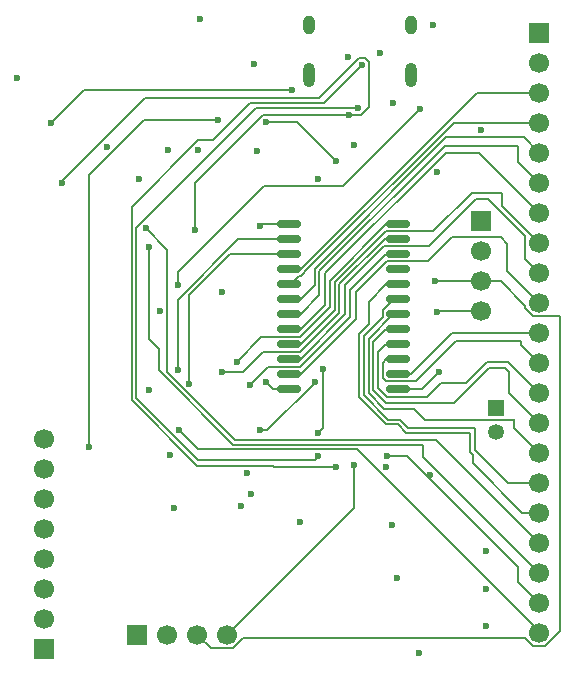
<source format=gbr>
%TF.GenerationSoftware,KiCad,Pcbnew,9.0.1*%
%TF.CreationDate,2025-05-18T16:35:05-05:00*%
%TF.ProjectId,OM-60-Rigid-PCB,4f4d2d36-302d-4526-9967-69642d504342,rev?*%
%TF.SameCoordinates,Original*%
%TF.FileFunction,Copper,L4,Bot*%
%TF.FilePolarity,Positive*%
%FSLAX46Y46*%
G04 Gerber Fmt 4.6, Leading zero omitted, Abs format (unit mm)*
G04 Created by KiCad (PCBNEW 9.0.1) date 2025-05-18 16:35:05*
%MOMM*%
%LPD*%
G01*
G04 APERTURE LIST*
G04 Aperture macros list*
%AMRoundRect*
0 Rectangle with rounded corners*
0 $1 Rounding radius*
0 $2 $3 $4 $5 $6 $7 $8 $9 X,Y pos of 4 corners*
0 Add a 4 corners polygon primitive as box body*
4,1,4,$2,$3,$4,$5,$6,$7,$8,$9,$2,$3,0*
0 Add four circle primitives for the rounded corners*
1,1,$1+$1,$2,$3*
1,1,$1+$1,$4,$5*
1,1,$1+$1,$6,$7*
1,1,$1+$1,$8,$9*
0 Add four rect primitives between the rounded corners*
20,1,$1+$1,$2,$3,$4,$5,0*
20,1,$1+$1,$4,$5,$6,$7,0*
20,1,$1+$1,$6,$7,$8,$9,0*
20,1,$1+$1,$8,$9,$2,$3,0*%
G04 Aperture macros list end*
%TA.AperFunction,ComponentPad*%
%ADD10R,1.700000X1.700000*%
%TD*%
%TA.AperFunction,ComponentPad*%
%ADD11C,1.700000*%
%TD*%
%TA.AperFunction,SMDPad,CuDef*%
%ADD12RoundRect,0.150000X-0.875000X-0.150000X0.875000X-0.150000X0.875000X0.150000X-0.875000X0.150000X0*%
%TD*%
%TA.AperFunction,ComponentPad*%
%ADD13R,1.350000X1.350000*%
%TD*%
%TA.AperFunction,ComponentPad*%
%ADD14C,1.350000*%
%TD*%
%TA.AperFunction,HeatsinkPad*%
%ADD15O,1.000000X2.100000*%
%TD*%
%TA.AperFunction,HeatsinkPad*%
%ADD16O,1.000000X1.600000*%
%TD*%
%TA.AperFunction,ViaPad*%
%ADD17C,0.600000*%
%TD*%
%TA.AperFunction,Conductor*%
%ADD18C,0.200000*%
%TD*%
G04 APERTURE END LIST*
D10*
%TO.P,J1,1,Pin_1*%
%TO.N,GND*%
X116300000Y-114000000D03*
D11*
%TO.P,J1,2,Pin_2*%
%TO.N,+3V3*%
X116300000Y-111460000D03*
%TO.P,J1,3,Pin_3*%
%TO.N,SPI_SCK*%
X116300000Y-108920000D03*
%TO.P,J1,4,Pin_4*%
%TO.N,SPI_MOSI*%
X116300000Y-106380000D03*
%TO.P,J1,5,Pin_5*%
%TO.N,SPI_MISO*%
X116300000Y-103840000D03*
%TO.P,J1,6,Pin_6*%
%TO.N,GP33*%
X116300000Y-101300000D03*
%TO.P,J1,7,Pin_7*%
%TO.N,CS*%
X116300000Y-98760000D03*
%TO.P,J1,8,Pin_8*%
%TO.N,Net-(J1-Pin_8)*%
X116300000Y-96220000D03*
%TD*%
D12*
%TO.P,U1,1,COM*%
%TO.N,+3V3*%
X137000000Y-92010000D03*
%TO.P,U1,2,I7*%
%TO.N,COL_7*%
X137000000Y-90740000D03*
%TO.P,U1,3,I6*%
%TO.N,COL_6*%
X137000000Y-89470000D03*
%TO.P,U1,4,I5*%
%TO.N,COL_5*%
X137000000Y-88200000D03*
%TO.P,U1,5,I4*%
%TO.N,COL_4*%
X137000000Y-86930000D03*
%TO.P,U1,6,I3*%
%TO.N,COL_3*%
X137000000Y-85660000D03*
%TO.P,U1,7,I2*%
%TO.N,COL_2*%
X137000000Y-84390000D03*
%TO.P,U1,8,I1*%
%TO.N,COL_1*%
X137000000Y-83120000D03*
%TO.P,U1,9,I0*%
%TO.N,COL_0*%
X137000000Y-81850000D03*
%TO.P,U1,10,S0*%
%TO.N,S0*%
X137000000Y-80580000D03*
%TO.P,U1,11,S1*%
%TO.N,S1*%
X137000000Y-79310000D03*
%TO.P,U1,12,GND*%
%TO.N,GND*%
X137000000Y-78040000D03*
%TO.P,U1,13,S3*%
%TO.N,S3*%
X146300000Y-78040000D03*
%TO.P,U1,14,S2*%
%TO.N,S2*%
X146300000Y-79310000D03*
%TO.P,U1,15,~{E}*%
%TO.N,GP16_E*%
X146300000Y-80580000D03*
%TO.P,U1,16,I15*%
%TO.N,unconnected-(U1-I15-Pad16)*%
X146300000Y-81850000D03*
%TO.P,U1,17,I14*%
%TO.N,COL_14*%
X146300000Y-83120000D03*
%TO.P,U1,18,I13*%
%TO.N,COL_13*%
X146300000Y-84390000D03*
%TO.P,U1,19,I12*%
%TO.N,COL_12*%
X146300000Y-85660000D03*
%TO.P,U1,20,I11*%
%TO.N,COL_11*%
X146300000Y-86930000D03*
%TO.P,U1,21,I10*%
%TO.N,COL_10*%
X146300000Y-88200000D03*
%TO.P,U1,22,I9*%
%TO.N,COL_9*%
X146300000Y-89470000D03*
%TO.P,U1,23,I8*%
%TO.N,COL_8*%
X146300000Y-90740000D03*
%TO.P,U1,24,VCC*%
%TO.N,+3V3*%
X146300000Y-92010000D03*
%TD*%
D10*
%TO.P,GYRO1,1,Pin_1*%
%TO.N,+3V3*%
X124180000Y-112800000D03*
D11*
%TO.P,GYRO1,2,Pin_2*%
%TO.N,GND*%
X126720000Y-112800000D03*
%TO.P,GYRO1,3,Pin_3*%
%TO.N,SCL*%
X129260000Y-112800000D03*
%TO.P,GYRO1,4,Pin_4*%
%TO.N,SDA*%
X131800000Y-112800000D03*
%TD*%
D13*
%TO.P,J5,1,Pin_1*%
%TO.N,Batt+*%
X154600000Y-93600000D03*
D14*
%TO.P,J5,2,Pin_2*%
%TO.N,MotorGND*%
X154600000Y-95600000D03*
%TD*%
D15*
%TO.P,J4,S1,SHIELD*%
%TO.N,GND*%
X147340000Y-65380000D03*
D16*
X147340000Y-61200000D03*
D15*
X138700000Y-65380000D03*
D16*
X138700000Y-61200000D03*
%TD*%
D10*
%TO.P,J3,1,Pin_1*%
%TO.N,GND*%
X158200000Y-61840000D03*
D11*
%TO.P,J3,2,Pin_2*%
%TO.N,+3V3*%
X158200000Y-64380000D03*
%TO.P,J3,3,Pin_3*%
%TO.N,COL_0*%
X158200000Y-66920000D03*
%TO.P,J3,4,Pin_4*%
%TO.N,COL_1*%
X158200000Y-69460000D03*
%TO.P,J3,5,Pin_5*%
%TO.N,COL_2*%
X158200000Y-72000000D03*
%TO.P,J3,6,Pin_6*%
%TO.N,COL_3*%
X158200000Y-74540000D03*
%TO.P,J3,7,Pin_7*%
%TO.N,COL_4*%
X158200000Y-77080000D03*
%TO.P,J3,8,Pin_8*%
%TO.N,COL_5*%
X158200000Y-79620000D03*
%TO.P,J3,9,Pin_9*%
%TO.N,COL_6*%
X158200000Y-82160000D03*
%TO.P,J3,10,Pin_10*%
%TO.N,COL_7*%
X158200000Y-84700000D03*
%TO.P,J3,11,Pin_11*%
%TO.N,COL_8*%
X158200000Y-87240000D03*
%TO.P,J3,12,Pin_12*%
%TO.N,COL_9*%
X158200000Y-89780000D03*
%TO.P,J3,13,Pin_13*%
%TO.N,COL_10*%
X158200000Y-92320000D03*
%TO.P,J3,14,Pin_14*%
%TO.N,COL_11*%
X158200000Y-94860000D03*
%TO.P,J3,15,Pin_15*%
%TO.N,COL_12*%
X158200000Y-97400000D03*
%TO.P,J3,16,Pin_16*%
%TO.N,COL_13*%
X158200000Y-99940000D03*
%TO.P,J3,17,Pin_17*%
%TO.N,COL_14*%
X158200000Y-102480000D03*
%TO.P,J3,18,Pin_18*%
%TO.N,ROW_0*%
X158200000Y-105020000D03*
%TO.P,J3,19,Pin_19*%
%TO.N,ROW_1*%
X158200000Y-107560000D03*
%TO.P,J3,20,Pin_20*%
%TO.N,ROW_2*%
X158200000Y-110100000D03*
%TO.P,J3,21,Pin_21*%
%TO.N,ROW_3*%
X158200000Y-112640000D03*
%TD*%
D10*
%TO.P,SCRN1,1,Pin_1*%
%TO.N,GND*%
X153300000Y-77760000D03*
D11*
%TO.P,SCRN1,2,Pin_2*%
%TO.N,+3V3*%
X153300000Y-80300000D03*
%TO.P,SCRN1,3,Pin_3*%
%TO.N,SCL*%
X153300000Y-82840000D03*
%TO.P,SCRN1,4,Pin_4*%
%TO.N,SDA*%
X153300000Y-85380000D03*
%TD*%
D17*
%TO.N,+3V3*%
X135100000Y-91400000D03*
%TO.N,GND*%
X149200000Y-61200000D03*
X153270000Y-70070000D03*
%TO.N,GP33*%
X142100000Y-68800000D03*
%TO.N,GND*%
X149600000Y-73600000D03*
%TO.N,SDA*%
X142500000Y-98400000D03*
X145224971Y-98624971D03*
%TO.N,SPI_MISO*%
X139500000Y-95700000D03*
X139900000Y-90300000D03*
%TO.N,GP33*%
X129100000Y-78500000D03*
X117850000Y-74550000D03*
%TO.N,SELECT*%
X116900000Y-69500000D03*
X137300000Y-66700000D03*
%TO.N,GND*%
X114024000Y-65700000D03*
%TO.N,SCL*%
X149400000Y-82840000D03*
%TO.N,SDA*%
X149600000Y-85500000D03*
%TO.N,GND*%
X134600000Y-78200000D03*
%TO.N,EN*%
X127600000Y-83200000D03*
X148100000Y-68300000D03*
%TO.N,GND*%
X129500000Y-60700000D03*
%TO.N,LDO_EN*%
X131000000Y-69200000D03*
X120100000Y-96900000D03*
%TO.N,GND*%
X127300000Y-102050000D03*
%TO.N,ADC_BAT*%
X139200000Y-91400000D03*
X134600000Y-95500000D03*
%TO.N,EN*%
X126100000Y-85400000D03*
%TO.N,+3V3*%
X125200000Y-92100000D03*
%TO.N,GND*%
X126977100Y-97600000D03*
%TO.N,+3V3*%
X133000000Y-101900000D03*
%TO.N,D+*%
X141000000Y-98600000D03*
%TO.N,D-*%
X139500000Y-97702000D03*
%TO.N,D+*%
X143200000Y-64600000D03*
%TO.N,D-*%
X142900000Y-68200000D03*
%TO.N,GND*%
X121600000Y-71500000D03*
X129300000Y-71800000D03*
X134342500Y-71842500D03*
%TO.N,Net-(MAX1-In)*%
X135100000Y-69400000D03*
X141000000Y-72700000D03*
%TO.N,VBAT*%
X124300000Y-74200000D03*
X139500000Y-74200000D03*
X148000000Y-114349000D03*
X133800000Y-100900000D03*
%TO.N,GND*%
X138000000Y-103300000D03*
X145787500Y-103512500D03*
%TO.N,VBUS*%
X133500000Y-99100000D03*
X146200000Y-108000000D03*
X126750000Y-71750000D03*
X134050000Y-64450000D03*
X145800000Y-67800000D03*
X142020000Y-63920000D03*
X144750000Y-63550000D03*
%TO.N,Batt+*%
X148950000Y-99250000D03*
%TO.N,GND*%
X131340000Y-83800000D03*
%TO.N,ROW_1*%
X125200000Y-80000000D03*
%TO.N,ROW_0*%
X124890000Y-78390000D03*
%TO.N,ROW_2*%
X145300000Y-97700000D03*
%TO.N,ROW_3*%
X127700000Y-95500000D03*
%TO.N,+3V3*%
X149700000Y-90600000D03*
%TO.N,GP16_E*%
X133700000Y-91700000D03*
%TO.N,S2*%
X131400000Y-90600000D03*
%TO.N,S3*%
X132600000Y-89700000D03*
%TO.N,S1*%
X127600000Y-90400000D03*
%TO.N,S0*%
X128600000Y-91600000D03*
%TO.N,GND*%
X142500000Y-71350000D03*
X153750000Y-112100000D03*
X153750000Y-108900000D03*
X153750000Y-105700000D03*
%TD*%
D18*
%TO.N,+3V3*%
X135710000Y-92010000D02*
X135100000Y-91400000D01*
X137000000Y-92010000D02*
X135710000Y-92010000D01*
%TO.N,SDA*%
X142500000Y-102100000D02*
X131800000Y-112800000D01*
X142500000Y-98400000D02*
X142500000Y-102100000D01*
%TO.N,SCL*%
X154940000Y-82840000D02*
X153300000Y-82840000D01*
X157049000Y-84949000D02*
X154940000Y-82840000D01*
X157049000Y-85176760D02*
X157049000Y-84949000D01*
X157723240Y-85851000D02*
X157049000Y-85176760D01*
X159951000Y-85851000D02*
X157723240Y-85851000D01*
X160000000Y-85900000D02*
X159951000Y-85851000D01*
X158676760Y-113791000D02*
X160000000Y-112467760D01*
X160000000Y-112467760D02*
X160000000Y-85900000D01*
X157049000Y-113116760D02*
X157723240Y-113791000D01*
X133111000Y-113116760D02*
X157049000Y-113116760D01*
X132276760Y-113951000D02*
X133111000Y-113116760D01*
X130411000Y-113951000D02*
X132276760Y-113951000D01*
X157723240Y-113791000D02*
X158676760Y-113791000D01*
X129260000Y-112800000D02*
X130411000Y-113951000D01*
%TO.N,SPI_MISO*%
X139900000Y-95300000D02*
X139500000Y-95700000D01*
X139900000Y-90300000D02*
X139900000Y-95300000D01*
%TO.N,GP33*%
X129100000Y-74550057D02*
X129100000Y-78500000D01*
X134851057Y-68799000D02*
X129100000Y-74550057D01*
X142649057Y-68799000D02*
X134851057Y-68799000D01*
X143148943Y-68801000D02*
X142651057Y-68801000D01*
X142951057Y-63999000D02*
X143448943Y-63999000D01*
X139552057Y-67398000D02*
X142951057Y-63999000D01*
X143448943Y-63999000D02*
X143801000Y-64351057D01*
X142651057Y-68801000D02*
X142649057Y-68799000D01*
X124852057Y-67398000D02*
X139552057Y-67398000D01*
X143801000Y-68148943D02*
X143148943Y-68801000D01*
X143801000Y-64351057D02*
X143801000Y-68148943D01*
X117850000Y-74400057D02*
X124852057Y-67398000D01*
X117850000Y-74550000D02*
X117850000Y-74400057D01*
%TO.N,SELECT*%
X119700000Y-66700000D02*
X116900000Y-69500000D01*
X137300000Y-66700000D02*
X119700000Y-66700000D01*
%TO.N,SCL*%
X149400000Y-82840000D02*
X149360000Y-82840000D01*
%TO.N,SDA*%
X149720000Y-85380000D02*
X149600000Y-85500000D01*
X153300000Y-85380000D02*
X149720000Y-85380000D01*
%TO.N,SCL*%
X149360000Y-82840000D02*
X149300000Y-82900000D01*
X153300000Y-82840000D02*
X149400000Y-82840000D01*
%TO.N,GND*%
X134760000Y-78040000D02*
X134600000Y-78200000D01*
X137000000Y-78040000D02*
X134760000Y-78040000D01*
%TO.N,EN*%
X127600000Y-82100000D02*
X127600000Y-83200000D01*
X130500000Y-79200000D02*
X127600000Y-82100000D01*
X134900000Y-74800000D02*
X130500000Y-79200000D01*
X141600000Y-74800000D02*
X134900000Y-74800000D01*
X148100000Y-68300000D02*
X141600000Y-74800000D01*
%TO.N,LDO_EN*%
X124749943Y-69200000D02*
X131000000Y-69200000D01*
X120100000Y-73849943D02*
X124749943Y-69200000D01*
X120100000Y-96900000D02*
X120100000Y-73849943D01*
%TO.N,ADC_BAT*%
X139200000Y-91476968D02*
X139200000Y-91400000D01*
X135176968Y-95500000D02*
X139200000Y-91476968D01*
X134600000Y-95500000D02*
X135176968Y-95500000D01*
%TO.N,D-*%
X124100000Y-92749943D02*
X124100000Y-78330057D01*
X139202000Y-98000000D02*
X129350057Y-98000000D01*
X134230057Y-68200000D02*
X142900000Y-68200000D01*
X139500000Y-97702000D02*
X139202000Y-98000000D01*
X129350057Y-98000000D02*
X124100000Y-92749943D01*
X124100000Y-78330057D02*
X134230057Y-68200000D01*
%TO.N,D+*%
X135750057Y-98600000D02*
X141000000Y-98600000D01*
X135649057Y-98499000D02*
X135750057Y-98600000D01*
X123699000Y-92916043D02*
X129281957Y-98499000D01*
X123699000Y-76551057D02*
X123699000Y-92916043D01*
X129350057Y-70900000D02*
X123699000Y-76551057D01*
X130600000Y-70900000D02*
X129350057Y-70900000D01*
X133701000Y-67799000D02*
X130600000Y-70900000D01*
X140001000Y-67799000D02*
X133701000Y-67799000D01*
X129281957Y-98499000D02*
X135649057Y-98499000D01*
X143200000Y-64600000D02*
X140001000Y-67799000D01*
%TO.N,Net-(MAX1-In)*%
X137700000Y-69400000D02*
X135100000Y-69400000D01*
X141000000Y-72700000D02*
X137700000Y-69400000D01*
%TO.N,ROW_1*%
X148400000Y-97760000D02*
X158200000Y-107560000D01*
X148400000Y-96701000D02*
X148400000Y-97760000D01*
X132283957Y-96701000D02*
X148400000Y-96701000D01*
X126000000Y-90417043D02*
X132283957Y-96701000D01*
X125200000Y-87800000D02*
X126000000Y-88600000D01*
X125200000Y-80000000D02*
X125200000Y-87800000D01*
X126000000Y-88600000D02*
X126000000Y-90417043D01*
%TO.N,ROW_0*%
X149480000Y-96300000D02*
X158200000Y-105020000D01*
X132450057Y-96300000D02*
X149480000Y-96300000D01*
X124890000Y-78390000D02*
X126700000Y-80200000D01*
X126700000Y-80200000D02*
X126700000Y-90549943D01*
X126700000Y-90549943D02*
X132450057Y-96300000D01*
%TO.N,ROW_3*%
X129302000Y-97102000D02*
X127700000Y-95500000D01*
X142802000Y-97102000D02*
X129302000Y-97102000D01*
X158200000Y-112500000D02*
X142802000Y-97102000D01*
X158200000Y-112640000D02*
X158200000Y-112500000D01*
%TO.N,ROW_2*%
X147000000Y-97700000D02*
X145300000Y-97700000D01*
X147600000Y-98300000D02*
X147000000Y-97700000D01*
X158200000Y-110100000D02*
X156409000Y-108309000D01*
X156409000Y-108309000D02*
X156409000Y-107109000D01*
X156409000Y-107109000D02*
X147600000Y-98300000D01*
%TO.N,COL_14*%
X156780000Y-102480000D02*
X158200000Y-102480000D01*
X152600000Y-98300000D02*
X156780000Y-102480000D01*
X152600000Y-97567100D02*
X152600000Y-98300000D01*
X152399000Y-97366100D02*
X152600000Y-97567100D01*
X152399000Y-95799000D02*
X152399000Y-97366100D01*
X152301000Y-95701000D02*
X152399000Y-95799000D01*
X146933900Y-95701000D02*
X152301000Y-95701000D01*
X143800000Y-86532900D02*
X142969000Y-87363900D01*
X143800000Y-84595001D02*
X143800000Y-86532900D01*
X145275001Y-83120000D02*
X143800000Y-84595001D01*
X142969000Y-87363900D02*
X142969000Y-92703200D01*
X146233900Y-95001000D02*
X146933900Y-95701000D01*
X142969000Y-92703200D02*
X145266800Y-95001000D01*
X146300000Y-83120000D02*
X145275001Y-83120000D01*
X145266800Y-95001000D02*
X146233900Y-95001000D01*
%TO.N,COL_13*%
X155540000Y-99940000D02*
X158200000Y-99940000D01*
X152800000Y-97200000D02*
X155540000Y-99940000D01*
X152800000Y-95300000D02*
X152800000Y-97200000D01*
X147100000Y-95300000D02*
X152800000Y-95300000D01*
X146400000Y-94600000D02*
X147100000Y-95300000D01*
X145432900Y-94600000D02*
X146400000Y-94600000D01*
X143370000Y-87530000D02*
X143370000Y-92537100D01*
X144974000Y-85926000D02*
X143370000Y-87530000D01*
X143370000Y-92537100D02*
X145432900Y-94600000D01*
X145234032Y-85059000D02*
X144974000Y-85319032D01*
X145241000Y-85059000D02*
X145234032Y-85059000D01*
X145910000Y-84390000D02*
X145241000Y-85059000D01*
X144974000Y-85319032D02*
X144974000Y-85926000D01*
X146300000Y-84390000D02*
X145910000Y-84390000D01*
%TO.N,COL_12*%
X156100000Y-95300000D02*
X158200000Y-97400000D01*
X156100000Y-94500000D02*
X156100000Y-95300000D01*
X155976000Y-94624000D02*
X156100000Y-94500000D01*
X147600000Y-93700000D02*
X148524000Y-94624000D01*
X143771000Y-92371000D02*
X145100000Y-93700000D01*
X148524000Y-94624000D02*
X155976000Y-94624000D01*
X143771000Y-87729000D02*
X143771000Y-92371000D01*
X145840000Y-85660000D02*
X143771000Y-87729000D01*
X146300000Y-85660000D02*
X145840000Y-85660000D01*
X145100000Y-93700000D02*
X147600000Y-93700000D01*
%TO.N,COL_11*%
X155700000Y-92360000D02*
X158200000Y-94860000D01*
X155301000Y-90201000D02*
X155700000Y-90600000D01*
X155700000Y-90600000D02*
X155700000Y-92360000D01*
X153999000Y-90201000D02*
X155301000Y-90201000D01*
X151000000Y-93200000D02*
X153999000Y-90201000D01*
X144172000Y-92116068D02*
X145255932Y-93200000D01*
X144172000Y-88033001D02*
X144172000Y-92116068D01*
X145255932Y-93200000D02*
X151000000Y-93200000D01*
X145275001Y-86930000D02*
X144172000Y-88033001D01*
X146300000Y-86930000D02*
X145275001Y-86930000D01*
%TO.N,+3V3*%
X148290000Y-92010000D02*
X149700000Y-90600000D01*
X146300000Y-92010000D02*
X148290000Y-92010000D01*
%TO.N,COL_10*%
X155600000Y-89720000D02*
X158200000Y-92320000D01*
X155600000Y-89700000D02*
X155600000Y-89720000D01*
X153800000Y-89700000D02*
X155600000Y-89700000D01*
X152000000Y-91500000D02*
X153800000Y-89700000D01*
X149900000Y-91500000D02*
X152000000Y-91500000D01*
X148700000Y-92700000D02*
X149900000Y-91500000D01*
X145323032Y-92700000D02*
X148700000Y-92700000D01*
X144573000Y-91949968D02*
X145323032Y-92700000D01*
X144573000Y-88902001D02*
X144573000Y-91949968D01*
X145275001Y-88200000D02*
X144573000Y-88902001D01*
X146300000Y-88200000D02*
X145275001Y-88200000D01*
%TO.N,COL_9*%
X156700000Y-88280000D02*
X158200000Y-89780000D01*
X156700000Y-87900000D02*
X156700000Y-88280000D01*
X145234032Y-91341000D02*
X147759000Y-91341000D01*
X147759000Y-91341000D02*
X151200000Y-87900000D01*
X144974000Y-91080968D02*
X145234032Y-91341000D01*
X144974000Y-89771001D02*
X144974000Y-91080968D01*
X151200000Y-87900000D02*
X156700000Y-87900000D01*
X145275001Y-89470000D02*
X144974000Y-89771001D01*
X146300000Y-89470000D02*
X145275001Y-89470000D01*
%TO.N,COL_8*%
X147360000Y-90740000D02*
X150860000Y-87240000D01*
X150860000Y-87240000D02*
X158200000Y-87240000D01*
X146300000Y-90740000D02*
X147360000Y-90740000D01*
%TO.N,COL_7*%
X155500000Y-82000000D02*
X158200000Y-84700000D01*
X155500000Y-79700000D02*
X155500000Y-82000000D01*
X154949000Y-79149000D02*
X155500000Y-79700000D01*
X148819000Y-81181000D02*
X150851000Y-79149000D01*
X145302032Y-81181000D02*
X148819000Y-81181000D01*
X142700000Y-83783032D02*
X145302032Y-81181000D01*
X142700000Y-86064999D02*
X142700000Y-83783032D01*
X138024999Y-90740000D02*
X142700000Y-86064999D01*
X150851000Y-79149000D02*
X154949000Y-79149000D01*
X137000000Y-90740000D02*
X138024999Y-90740000D01*
%TO.N,GP16_E*%
X137997968Y-90139000D02*
X135261000Y-90139000D01*
X142209151Y-85927817D02*
X137997968Y-90139000D01*
X142209151Y-83645850D02*
X142209151Y-85927817D01*
X145275001Y-80580000D02*
X142209151Y-83645850D01*
X135261000Y-90139000D02*
X133700000Y-91700000D01*
X146300000Y-80580000D02*
X145275001Y-80580000D01*
%TO.N,COL_6*%
X157049000Y-81009000D02*
X158200000Y-82160000D01*
X157049000Y-79049000D02*
X157049000Y-81009000D01*
X148847000Y-79911000D02*
X152858000Y-75900000D01*
X152858000Y-75900000D02*
X153900000Y-75900000D01*
X145105301Y-79911000D02*
X148847000Y-79911000D01*
X141808151Y-83208150D02*
X145105301Y-79911000D01*
X138024999Y-89470000D02*
X141808151Y-85686848D01*
X137000000Y-89470000D02*
X138024999Y-89470000D01*
X141808151Y-85686848D02*
X141808151Y-83208150D01*
X153900000Y-75900000D02*
X157049000Y-79049000D01*
%TO.N,S2*%
X134831000Y-88869000D02*
X134800000Y-88900000D01*
X137997968Y-88869000D02*
X134831000Y-88869000D01*
X133100000Y-90600000D02*
X131400000Y-90600000D01*
X141303000Y-85563968D02*
X137997968Y-88869000D01*
X141303000Y-83146201D02*
X141303000Y-85563968D01*
X134800000Y-88900000D02*
X133100000Y-90600000D01*
X145139201Y-79310000D02*
X141303000Y-83146201D01*
X146300000Y-79310000D02*
X145139201Y-79310000D01*
%TO.N,COL_5*%
X155100000Y-76520000D02*
X158200000Y-79620000D01*
X155100000Y-75400000D02*
X155100000Y-76520000D01*
X152500000Y-75400000D02*
X155100000Y-75400000D01*
X149259000Y-78641000D02*
X152500000Y-75400000D01*
X145241101Y-78641000D02*
X149259000Y-78641000D01*
X140902000Y-82980101D02*
X145241101Y-78641000D01*
X140902000Y-85322999D02*
X140902000Y-82980101D01*
X138024999Y-88200000D02*
X140902000Y-85322999D01*
X137000000Y-88200000D02*
X138024999Y-88200000D01*
%TO.N,S1*%
X127600000Y-90400000D02*
X127600000Y-90500000D01*
%TO.N,S3*%
X134701000Y-87599000D02*
X132600000Y-89700000D01*
X137997968Y-87599000D02*
X134701000Y-87599000D01*
X140501000Y-82814001D02*
X140501000Y-85095968D01*
X140501000Y-85095968D02*
X137997968Y-87599000D01*
X145275001Y-78040000D02*
X140501000Y-82814001D01*
X146300000Y-78040000D02*
X145275001Y-78040000D01*
%TO.N,S1*%
X127600000Y-84432900D02*
X127600000Y-90400000D01*
X132722900Y-79310000D02*
X127600000Y-84432900D01*
X137000000Y-79310000D02*
X132722900Y-79310000D01*
%TO.N,S0*%
X128600000Y-84000000D02*
X128600000Y-91600000D01*
X129100000Y-83500000D02*
X128600000Y-84000000D01*
X132020000Y-80580000D02*
X129100000Y-83500000D01*
X137000000Y-80580000D02*
X132020000Y-80580000D01*
%TO.N,COL_4*%
X140100000Y-82200000D02*
X150300000Y-72000000D01*
X140100000Y-84854999D02*
X140100000Y-82200000D01*
X138024999Y-86930000D02*
X140100000Y-84854999D01*
X150300000Y-72000000D02*
X153120000Y-72000000D01*
X137000000Y-86930000D02*
X138024999Y-86930000D01*
X153120000Y-72000000D02*
X158200000Y-77080000D01*
%TO.N,COL_3*%
X150205600Y-71400000D02*
X156400000Y-71400000D01*
X156400000Y-71400000D02*
X156400000Y-72740000D01*
X139605600Y-82000000D02*
X150205600Y-71400000D01*
X139605600Y-84079399D02*
X139605600Y-82000000D01*
X138024999Y-85660000D02*
X139605600Y-84079399D01*
X156400000Y-72740000D02*
X158200000Y-74540000D01*
X137000000Y-85660000D02*
X138024999Y-85660000D01*
%TO.N,COL_2*%
X156900000Y-70700000D02*
X158200000Y-72000000D01*
X139204600Y-81804599D02*
X150309199Y-70700000D01*
X138024999Y-84390000D02*
X139204600Y-83210399D01*
X137000000Y-84390000D02*
X138024999Y-84390000D01*
X139204600Y-83210399D02*
X139204600Y-81804599D01*
X150309199Y-70700000D02*
X156900000Y-70700000D01*
%TO.N,COL_1*%
X150982099Y-69460000D02*
X158200000Y-69460000D01*
X138065968Y-82451000D02*
X138326000Y-82190968D01*
X138326000Y-82190968D02*
X138326000Y-82116099D01*
X137180000Y-83120000D02*
X137849000Y-82451000D01*
X138326000Y-82116099D02*
X150982099Y-69460000D01*
X137000000Y-83120000D02*
X137180000Y-83120000D01*
X137849000Y-82451000D02*
X138065968Y-82451000D01*
%TO.N,COL_0*%
X152954999Y-66920000D02*
X158200000Y-66920000D01*
X138024999Y-81850000D02*
X152954999Y-66920000D01*
X137000000Y-81850000D02*
X138024999Y-81850000D01*
%TD*%
M02*

</source>
